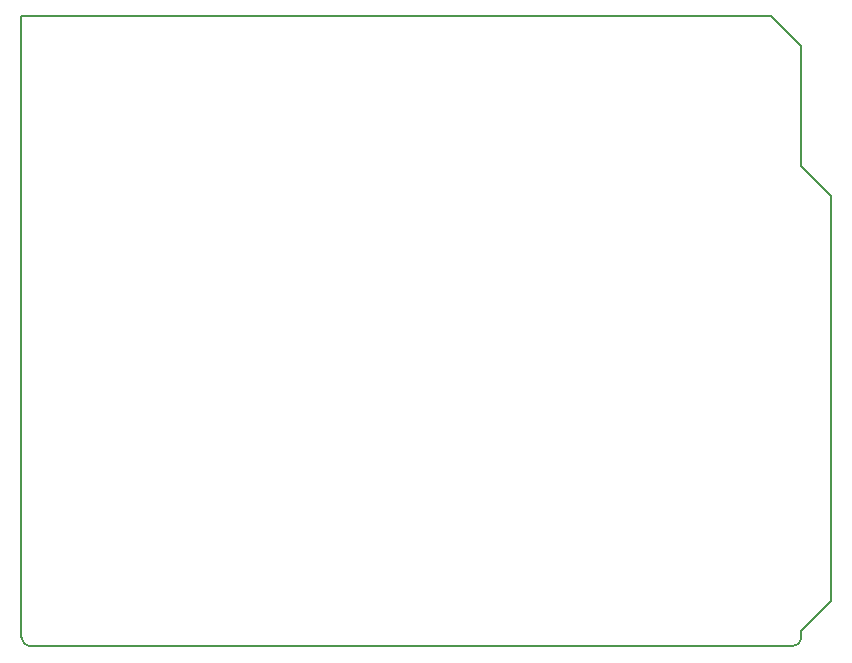
<source format=gbr>
%TF.GenerationSoftware,KiCad,Pcbnew,8.0.8*%
%TF.CreationDate,2025-02-03T18:19:12-07:00*%
%TF.ProjectId,project1,70726f6a-6563-4743-912e-6b696361645f,rev?*%
%TF.SameCoordinates,Original*%
%TF.FileFunction,Profile,NP*%
%FSLAX46Y46*%
G04 Gerber Fmt 4.6, Leading zero omitted, Abs format (unit mm)*
G04 Created by KiCad (PCBNEW 8.0.8) date 2025-02-03 18:19:12*
%MOMM*%
%LPD*%
G01*
G04 APERTURE LIST*
%TA.AperFunction,Profile*%
%ADD10C,0.150000*%
%TD*%
G04 APERTURE END LIST*
D10*
X166040000Y-59360000D02*
X168580000Y-61900000D01*
X100000000Y-99238000D02*
X100000000Y-47422000D01*
X168580000Y-61900000D02*
X168580000Y-96190000D01*
X165278000Y-100000000D02*
X100762000Y-100000000D01*
X100762000Y-46660000D02*
X163500000Y-46660000D01*
X100762000Y-100000000D02*
G75*
G02*
X100000000Y-99238000I0J762000D01*
G01*
X168580000Y-96190000D02*
X166040000Y-98730000D01*
X99980000Y-46660000D02*
X100000000Y-47422000D01*
X163500000Y-46660000D02*
X166040000Y-49200000D01*
X166040000Y-99238000D02*
G75*
G02*
X165278000Y-100000000I-762000J0D01*
G01*
X100762000Y-46660000D02*
X99980000Y-46660000D01*
X166040000Y-49200000D02*
X166040000Y-59360000D01*
X166040000Y-98730000D02*
X166040000Y-99238000D01*
M02*

</source>
